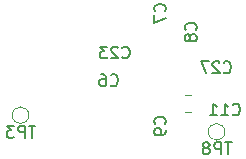
<source format=gbo>
G04 #@! TF.GenerationSoftware,KiCad,Pcbnew,5.1.6*
G04 #@! TF.CreationDate,2020-08-22T22:17:50-04:00*
G04 #@! TF.ProjectId,ball-spider,62616c6c-2d73-4706-9964-65722e6b6963,rev?*
G04 #@! TF.SameCoordinates,Original*
G04 #@! TF.FileFunction,Legend,Bot*
G04 #@! TF.FilePolarity,Positive*
%FSLAX46Y46*%
G04 Gerber Fmt 4.6, Leading zero omitted, Abs format (unit mm)*
G04 Created by KiCad (PCBNEW 5.1.6) date 2020-08-22 22:17:50*
%MOMM*%
%LPD*%
G01*
G04 APERTURE LIST*
%ADD10C,0.120000*%
%ADD11C,0.150000*%
G04 APERTURE END LIST*
D10*
X52400000Y-106100000D02*
G75*
G03*
X52400000Y-106100000I-700000J0D01*
G01*
X35800000Y-104690000D02*
G75*
G03*
X35800000Y-104690000I-700000J0D01*
G01*
X49558578Y-104410000D02*
X49041422Y-104410000D01*
X49558578Y-102990000D02*
X49041422Y-102990000D01*
D11*
X52961904Y-107000380D02*
X52390476Y-107000380D01*
X52676190Y-108000380D02*
X52676190Y-107000380D01*
X52057142Y-108000380D02*
X52057142Y-107000380D01*
X51676190Y-107000380D01*
X51580952Y-107048000D01*
X51533333Y-107095619D01*
X51485714Y-107190857D01*
X51485714Y-107333714D01*
X51533333Y-107428952D01*
X51580952Y-107476571D01*
X51676190Y-107524190D01*
X52057142Y-107524190D01*
X50914285Y-107428952D02*
X51009523Y-107381333D01*
X51057142Y-107333714D01*
X51104761Y-107238476D01*
X51104761Y-107190857D01*
X51057142Y-107095619D01*
X51009523Y-107048000D01*
X50914285Y-107000380D01*
X50723809Y-107000380D01*
X50628571Y-107048000D01*
X50580952Y-107095619D01*
X50533333Y-107190857D01*
X50533333Y-107238476D01*
X50580952Y-107333714D01*
X50628571Y-107381333D01*
X50723809Y-107428952D01*
X50914285Y-107428952D01*
X51009523Y-107476571D01*
X51057142Y-107524190D01*
X51104761Y-107619428D01*
X51104761Y-107809904D01*
X51057142Y-107905142D01*
X51009523Y-107952761D01*
X50914285Y-108000380D01*
X50723809Y-108000380D01*
X50628571Y-107952761D01*
X50580952Y-107905142D01*
X50533333Y-107809904D01*
X50533333Y-107619428D01*
X50580952Y-107524190D01*
X50628571Y-107476571D01*
X50723809Y-107428952D01*
X36361904Y-105590380D02*
X35790476Y-105590380D01*
X36076190Y-106590380D02*
X36076190Y-105590380D01*
X35457142Y-106590380D02*
X35457142Y-105590380D01*
X35076190Y-105590380D01*
X34980952Y-105638000D01*
X34933333Y-105685619D01*
X34885714Y-105780857D01*
X34885714Y-105923714D01*
X34933333Y-106018952D01*
X34980952Y-106066571D01*
X35076190Y-106114190D01*
X35457142Y-106114190D01*
X34552380Y-105590380D02*
X33933333Y-105590380D01*
X34266666Y-105971333D01*
X34123809Y-105971333D01*
X34028571Y-106018952D01*
X33980952Y-106066571D01*
X33933333Y-106161809D01*
X33933333Y-106399904D01*
X33980952Y-106495142D01*
X34028571Y-106542761D01*
X34123809Y-106590380D01*
X34409523Y-106590380D01*
X34504761Y-106542761D01*
X34552380Y-106495142D01*
X43712857Y-99787142D02*
X43760476Y-99834761D01*
X43903333Y-99882380D01*
X43998571Y-99882380D01*
X44141428Y-99834761D01*
X44236666Y-99739523D01*
X44284285Y-99644285D01*
X44331904Y-99453809D01*
X44331904Y-99310952D01*
X44284285Y-99120476D01*
X44236666Y-99025238D01*
X44141428Y-98930000D01*
X43998571Y-98882380D01*
X43903333Y-98882380D01*
X43760476Y-98930000D01*
X43712857Y-98977619D01*
X43331904Y-98977619D02*
X43284285Y-98930000D01*
X43189047Y-98882380D01*
X42950952Y-98882380D01*
X42855714Y-98930000D01*
X42808095Y-98977619D01*
X42760476Y-99072857D01*
X42760476Y-99168095D01*
X42808095Y-99310952D01*
X43379523Y-99882380D01*
X42760476Y-99882380D01*
X42427142Y-98882380D02*
X41808095Y-98882380D01*
X42141428Y-99263333D01*
X41998571Y-99263333D01*
X41903333Y-99310952D01*
X41855714Y-99358571D01*
X41808095Y-99453809D01*
X41808095Y-99691904D01*
X41855714Y-99787142D01*
X41903333Y-99834761D01*
X41998571Y-99882380D01*
X42284285Y-99882380D01*
X42379523Y-99834761D01*
X42427142Y-99787142D01*
X52302857Y-101037142D02*
X52350476Y-101084761D01*
X52493333Y-101132380D01*
X52588571Y-101132380D01*
X52731428Y-101084761D01*
X52826666Y-100989523D01*
X52874285Y-100894285D01*
X52921904Y-100703809D01*
X52921904Y-100560952D01*
X52874285Y-100370476D01*
X52826666Y-100275238D01*
X52731428Y-100180000D01*
X52588571Y-100132380D01*
X52493333Y-100132380D01*
X52350476Y-100180000D01*
X52302857Y-100227619D01*
X51921904Y-100227619D02*
X51874285Y-100180000D01*
X51779047Y-100132380D01*
X51540952Y-100132380D01*
X51445714Y-100180000D01*
X51398095Y-100227619D01*
X51350476Y-100322857D01*
X51350476Y-100418095D01*
X51398095Y-100560952D01*
X51969523Y-101132380D01*
X51350476Y-101132380D01*
X51017142Y-100132380D02*
X50350476Y-100132380D01*
X50779047Y-101132380D01*
X53052857Y-104617142D02*
X53100476Y-104664761D01*
X53243333Y-104712380D01*
X53338571Y-104712380D01*
X53481428Y-104664761D01*
X53576666Y-104569523D01*
X53624285Y-104474285D01*
X53671904Y-104283809D01*
X53671904Y-104140952D01*
X53624285Y-103950476D01*
X53576666Y-103855238D01*
X53481428Y-103760000D01*
X53338571Y-103712380D01*
X53243333Y-103712380D01*
X53100476Y-103760000D01*
X53052857Y-103807619D01*
X52100476Y-104712380D02*
X52671904Y-104712380D01*
X52386190Y-104712380D02*
X52386190Y-103712380D01*
X52481428Y-103855238D01*
X52576666Y-103950476D01*
X52671904Y-103998095D01*
X51148095Y-104712380D02*
X51719523Y-104712380D01*
X51433809Y-104712380D02*
X51433809Y-103712380D01*
X51529047Y-103855238D01*
X51624285Y-103950476D01*
X51719523Y-103998095D01*
X47307142Y-105433333D02*
X47354761Y-105385714D01*
X47402380Y-105242857D01*
X47402380Y-105147619D01*
X47354761Y-105004761D01*
X47259523Y-104909523D01*
X47164285Y-104861904D01*
X46973809Y-104814285D01*
X46830952Y-104814285D01*
X46640476Y-104861904D01*
X46545238Y-104909523D01*
X46450000Y-105004761D01*
X46402380Y-105147619D01*
X46402380Y-105242857D01*
X46450000Y-105385714D01*
X46497619Y-105433333D01*
X47402380Y-105909523D02*
X47402380Y-106100000D01*
X47354761Y-106195238D01*
X47307142Y-106242857D01*
X47164285Y-106338095D01*
X46973809Y-106385714D01*
X46592857Y-106385714D01*
X46497619Y-106338095D01*
X46450000Y-106290476D01*
X46402380Y-106195238D01*
X46402380Y-106004761D01*
X46450000Y-105909523D01*
X46497619Y-105861904D01*
X46592857Y-105814285D01*
X46830952Y-105814285D01*
X46926190Y-105861904D01*
X46973809Y-105909523D01*
X47021428Y-106004761D01*
X47021428Y-106195238D01*
X46973809Y-106290476D01*
X46926190Y-106338095D01*
X46830952Y-106385714D01*
X49917142Y-97473333D02*
X49964761Y-97425714D01*
X50012380Y-97282857D01*
X50012380Y-97187619D01*
X49964761Y-97044761D01*
X49869523Y-96949523D01*
X49774285Y-96901904D01*
X49583809Y-96854285D01*
X49440952Y-96854285D01*
X49250476Y-96901904D01*
X49155238Y-96949523D01*
X49060000Y-97044761D01*
X49012380Y-97187619D01*
X49012380Y-97282857D01*
X49060000Y-97425714D01*
X49107619Y-97473333D01*
X49440952Y-98044761D02*
X49393333Y-97949523D01*
X49345714Y-97901904D01*
X49250476Y-97854285D01*
X49202857Y-97854285D01*
X49107619Y-97901904D01*
X49060000Y-97949523D01*
X49012380Y-98044761D01*
X49012380Y-98235238D01*
X49060000Y-98330476D01*
X49107619Y-98378095D01*
X49202857Y-98425714D01*
X49250476Y-98425714D01*
X49345714Y-98378095D01*
X49393333Y-98330476D01*
X49440952Y-98235238D01*
X49440952Y-98044761D01*
X49488571Y-97949523D01*
X49536190Y-97901904D01*
X49631428Y-97854285D01*
X49821904Y-97854285D01*
X49917142Y-97901904D01*
X49964761Y-97949523D01*
X50012380Y-98044761D01*
X50012380Y-98235238D01*
X49964761Y-98330476D01*
X49917142Y-98378095D01*
X49821904Y-98425714D01*
X49631428Y-98425714D01*
X49536190Y-98378095D01*
X49488571Y-98330476D01*
X49440952Y-98235238D01*
X47307142Y-95903333D02*
X47354761Y-95855714D01*
X47402380Y-95712857D01*
X47402380Y-95617619D01*
X47354761Y-95474761D01*
X47259523Y-95379523D01*
X47164285Y-95331904D01*
X46973809Y-95284285D01*
X46830952Y-95284285D01*
X46640476Y-95331904D01*
X46545238Y-95379523D01*
X46450000Y-95474761D01*
X46402380Y-95617619D01*
X46402380Y-95712857D01*
X46450000Y-95855714D01*
X46497619Y-95903333D01*
X46402380Y-96236666D02*
X46402380Y-96903333D01*
X47402380Y-96474761D01*
X42736666Y-102127142D02*
X42784285Y-102174761D01*
X42927142Y-102222380D01*
X43022380Y-102222380D01*
X43165238Y-102174761D01*
X43260476Y-102079523D01*
X43308095Y-101984285D01*
X43355714Y-101793809D01*
X43355714Y-101650952D01*
X43308095Y-101460476D01*
X43260476Y-101365238D01*
X43165238Y-101270000D01*
X43022380Y-101222380D01*
X42927142Y-101222380D01*
X42784285Y-101270000D01*
X42736666Y-101317619D01*
X41879523Y-101222380D02*
X42070000Y-101222380D01*
X42165238Y-101270000D01*
X42212857Y-101317619D01*
X42308095Y-101460476D01*
X42355714Y-101650952D01*
X42355714Y-102031904D01*
X42308095Y-102127142D01*
X42260476Y-102174761D01*
X42165238Y-102222380D01*
X41974761Y-102222380D01*
X41879523Y-102174761D01*
X41831904Y-102127142D01*
X41784285Y-102031904D01*
X41784285Y-101793809D01*
X41831904Y-101698571D01*
X41879523Y-101650952D01*
X41974761Y-101603333D01*
X42165238Y-101603333D01*
X42260476Y-101650952D01*
X42308095Y-101698571D01*
X42355714Y-101793809D01*
M02*

</source>
